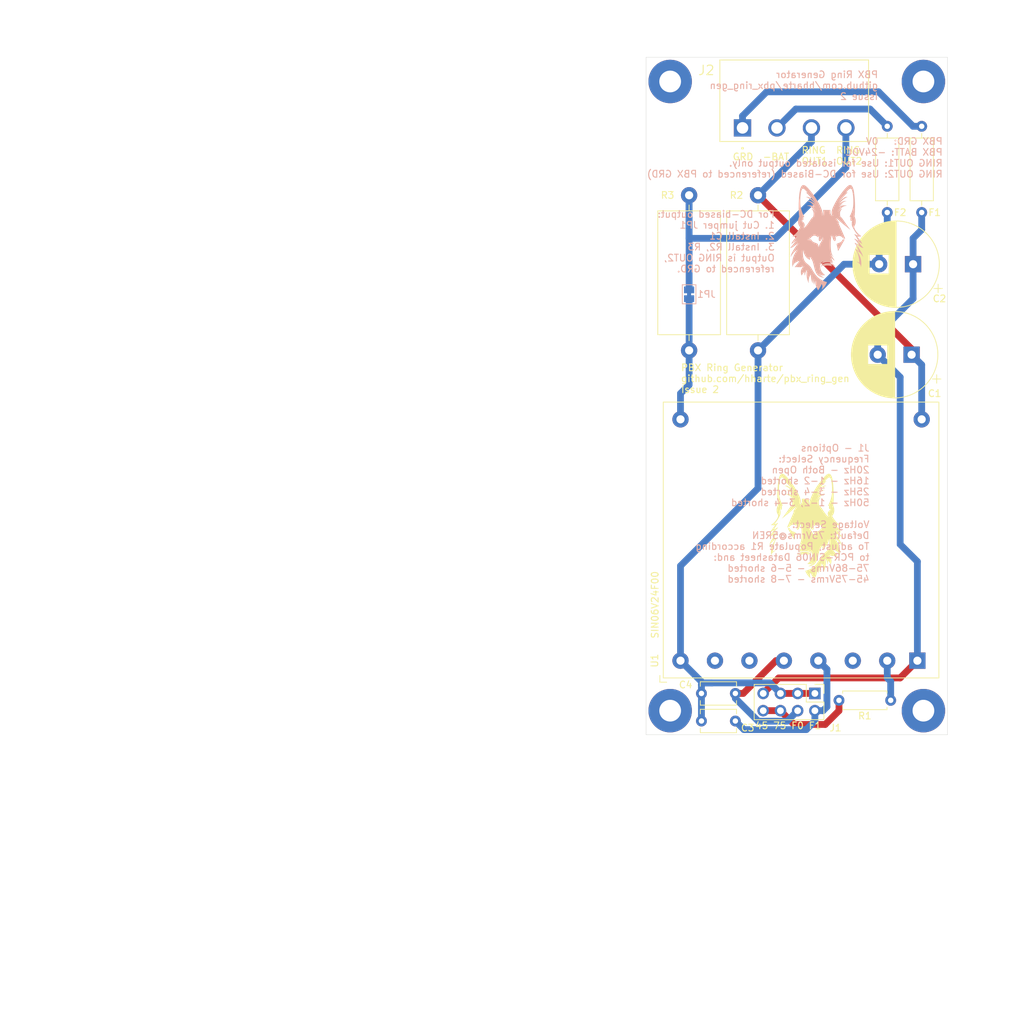
<source format=kicad_pcb>
(kicad_pcb (version 20221018) (generator pcbnew)
  (title_block (title "PBX Ring Generator") (date "2023-06-17") (rev "2") (company "Howard M. Harte") (comment 1 "https://github.com/hharte/pbx_ring_gen"))
  (layers (0 "F.Cu" signal) (31 "B.Cu" signal) (34 "B.Paste" user) (35 "F.Paste" user) (36 "B.SilkS" user "B.Silkscreen") (37 "F.SilkS" user "F.Silkscreen") (38 "B.Mask" user) (39 "F.Mask" user) (44 "Edge.Cuts" user))
  (net 0 "")
  (net 1 "/PBX_GRD")
  (net 2 "/PBX_BATT")
  (net 3 "Net-(U1-OAC)")
  (net 5 "Net-(J1-Pin_2)")
  (net 6 "Net-(J1-Pin_4)")
  (net 9 "/RING_OUT1")
  (net 10 "-BATT")
  (net 11 "GNDPWR")
  (net 12 "Net-(J1-Pin_6)")
  (net 13 "/RING_OUT2")
  (net 14 "Net-(JP1-A)")
  (footprint "Connector_PinHeader_2.54mm:PinHeader_2x04_P2.54mm_Vertical" (layer "F.Cu") (at 156.972 136.906 -90)
    (fp_text reference "J1" (at 5.08 -3.048) (layer "F.SilkS"))
    (fp_text value "Conn_02x02_Odd_Even")
    (pad "1" thru_hole rect (at 0 0 270) (size 1.7 1.7) (drill 1) (layers "*.Cu" "*.Mask") (net 10 "-BATT"))
    (pad "2" thru_hole oval (at 2.54 0 270) (size 1.7 1.7) (drill 1) (layers "*.Cu" "*.Mask") (net 5 "Net-(J1-Pin_2)"))
    (pad "3" thru_hole oval (at 0 2.54 270) (size 1.7 1.7) (drill 1) (layers "*.Cu" "*.Mask") (net 10 "-BATT"))
    (pad "4" thru_hole oval (at 2.54 2.54 270) (size 1.7 1.7) (drill 1) (layers "*.Cu" "*.Mask") (net 6 "Net-(J1-Pin_4)"))
    (pad "5" thru_hole oval (at 0 5.08 270) (size 1.7 1.7) (drill 1) (layers "*.Cu" "*.Mask") (net 10 "-BATT"))
    (pad "6" thru_hole oval (at 2.54 5.08 270) (size 1.7 1.7) (drill 1) (layers "*.Cu" "*.Mask") (net 12 "Net-(J1-Pin_6)"))
    (pad "7" thru_hole oval (at 0 7.62 270) (size 1.7 1.7) (drill 1) (layers "*.Cu" "*.Mask") (net 11 "GNDPWR"))
    (pad "8" thru_hole oval (at 2.54 7.62 270) (size 1.7 1.7) (drill 1) (layers "*.Cu" "*.Mask") (net 12 "Net-(J1-Pin_6)"))
  )
  (footprint "Library:Deena" (layer "F.Cu") (at 155.575 112.395)
    (fp_text reference "Deena" hide)
    (fp_text value "LOGO" hide)
  )
  (footprint "Resistor_THT:R_Axial_DIN0207_L6.3mm_D2.5mm_P7.62mm_Horizontal" (layer "F.Cu") (at 168.148 137.922 180)
    (fp_text reference "R1" (at 3.81 -2.286) (layer "F.SilkS"))
    (fp_text value "Raoc")
    (pad "1" thru_hole circle (at 0 0 180) (size 1.6 1.6) (drill 0.8) (layers "*.Cu" "*.Mask") (net 3 "Net-(U1-OAC)"))
    (pad "2" thru_hole oval (at 7.62 0 180) (size 1.6 1.6) (drill 0.8) (layers "*.Cu" "*.Mask") (net 12 "Net-(J1-Pin_6)"))
  )
  (footprint "MountingHole:MountingHole_3.2mm_M3_Pad" (layer "F.Cu") (at 135.636 46.736)
    (fp_text reference "H4" hide)
    (fp_text value "MountingHole")
    (pad "1" thru_hole circle (at 0 0) (size 6.4 6.4) (drill 3.2) (layers "*.Cu" "*.Mask"))
  )
  (footprint "Capacitor_THT:CP_Radial_D12.5mm_P5.00mm" (layer "F.Cu") (at 171.233959 86.995 180)
    (fp_text reference "C1" (at -3.391041 -5.715) (layer "F.SilkS"))
    (fp_text value "20uF / 35V")
    (pad "1" thru_hole rect (at 0 0 180) (size 2.4 2.4) (drill 1.2) (layers "*.Cu" "*.Mask") (net 9 "/RING_OUT1"))
    (pad "2" thru_hole circle (at 5 0 180) (size 2.4 2.4) (drill 1.2) (layers "*.Cu" "*.Mask") (net 11 "GNDPWR"))
  )
  (footprint "Resistor_THT:R_Axial_DIN0918_L18.0mm_D9.0mm_P22.86mm_Horizontal" (layer "F.Cu") (at 148.59 86.36 90)
    (fp_text reference "R2" (at 22.86 -3.175 180) (layer "F.SilkS"))
    (fp_text value "10-20 ohm")
    (pad "1" thru_hole circle (at 0 0 90) (size 2.4 2.4) (drill 1.2) (layers "*.Cu" "*.Mask") (net 10 "-BATT"))
    (pad "2" thru_hole oval (at 22.86 0 90) (size 2.4 2.4) (drill 1.2) (layers "*.Cu" "*.Mask") (net 9 "/RING_OUT1"))
  )
  (footprint "Capacitor_THT:C_Disc_D5.1mm_W3.2mm_P5.00mm" (layer "F.Cu") (at 140.248 140.97)
    (fp_text reference "C3" (at 6.818 1.016) (layer "F.SilkS"))
    (fp_text value "0.047uF")
    (pad "1" thru_hole circle (at 0 0) (size 1.6 1.6) (drill 0.8) (layers "*.Cu" "*.Mask") (net 10 "-BATT"))
    (pad "2" thru_hole circle (at 5 0) (size 1.6 1.6) (drill 0.8) (layers "*.Cu" "*.Mask") (net 5 "Net-(J1-Pin_2)"))
  )
  (footprint "MountingHole:MountingHole_3.2mm_M3_Pad" (layer "F.Cu") (at 172.974 139.446)
    (fp_text reference "H2" hide)
    (fp_text value "MountingHole")
    (pad "1" thru_hole circle (at 0 0) (size 6.4 6.4) (drill 3.2) (layers "*.Cu" "*.Mask"))
  )
  (footprint "Library:PCR-SIN06" (layer "F.Cu") (at 137.16 132.08 90)
    (fp_text reference "U1" (at 0 -3.81 90) (layer "F.SilkS"))
    (fp_text value "PCR-SIN06")
    (pad "1" thru_hole rect (at 0 34.925 90) (size 2.4 2.4) (drill 1.2) (layers "*.Cu" "*.Mask") (net 11 "GNDPWR"))
    (pad "2" thru_hole circle (at 0 30.48 90) (size 2.4 2.4) (drill 1.2) (layers "*.Cu" "*.Mask") (net 3 "Net-(U1-OAC)"))
    (pad "3" thru_hole circle (at 0 25.4 90) (size 2.4 2.4) (drill 1.2) (layers "*.Cu" "*.Mask"))
    (pad "4" thru_hole circle (at 0 20.32 90) (size 2.4 2.4) (drill 1.2) (layers "*.Cu" "*.Mask") (net 5 "Net-(J1-Pin_2)"))
    (pad "5" thru_hole circle (at 0 15.24 90) (size 2.4 2.4) (drill 1.2) (layers "*.Cu" "*.Mask") (net 6 "Net-(J1-Pin_4)"))
    (pad "6" thru_hole circle (at 0 10.16 90) (size 2.4 2.4) (drill 1.2) (layers "*.Cu" "*.Mask"))
    (pad "7" thru_hole circle (at 0 5.08 90) (size 2.4 2.4) (drill 1.2) (layers "*.Cu" "*.Mask"))
    (pad "8" thru_hole circle (at 0 0 90) (size 2.4 2.4) (drill 1.2) (layers "*.Cu" "*.Mask") (net 10 "-BATT"))
    (pad "9" thru_hole circle (at 35.56 0 90) (size 2.4 2.4) (drill 1.2) (layers "*.Cu" "*.Mask") (net 14 "Net-(JP1-A)"))
    (pad "16" thru_hole circle (at 35.56 35.56 90) (size 2.4 2.4) (drill 1.2) (layers "*.Cu" "*.Mask") (net 9 "/RING_OUT1"))
  )
  (footprint "Library:CUI_TBP01R1-508-04BE" (layer "F.Cu") (at 146.304 53.5755)
    (fp_text reference "J2" (at -5.334 -8.4905) (layer "F.SilkS") (effects (font (size 1.4 1.4))))
    (fp_text value "Screw_Terminal_01x04")
    (pad "1" thru_hole rect (at 0 0) (size 2.55 2.55) (drill 1.7) (layers "*.Cu" "*.Mask") (net 1 "/PBX_GRD"))
    (pad "2" thru_hole circle (at 5.08 0) (size 2.55 2.55) (drill 1.7) (layers "*.Cu" "*.Mask") (net 2 "/PBX_BATT"))
    (pad "3" thru_hole circle (at 10.16 0) (size 2.55 2.55) (drill 1.7) (layers "*.Cu" "*.Mask") (net 9 "/RING_OUT1"))
    (pad "4" thru_hole circle (at 15.24 0) (size 2.55 2.55) (drill 1.7) (layers "*.Cu" "*.Mask") (net 13 "/RING_OUT2"))
  )
  (footprint "MountingHole:MountingHole_3.2mm_M3_Pad" (layer "F.Cu") (at 135.636 139.446)
    (fp_text reference "H1" hide)
    (fp_text value "MountingHole")
    (pad "1" thru_hole circle (at 0 0) (size 6.4 6.4) (drill 3.2) (layers "*.Cu" "*.Mask"))
  )
  (footprint "Resistor_THT:R_Axial_DIN0309_L9.0mm_D3.2mm_P12.70mm_Horizontal" (layer "F.Cu") (at 172.72 66.04 90)
    (fp_text reference "F1" (at 0 1.905 180) (layer "F.SilkS"))
    (fp_text value "Fuse 630mA")
    (pad "1" thru_hole circle (at 0 0 90) (size 1.6 1.6) (drill 0.8) (layers "*.Cu" "*.Mask") (net 11 "GNDPWR"))
    (pad "2" thru_hole oval (at 12.7 0 90) (size 1.6 1.6) (drill 0.8) (layers "*.Cu" "*.Mask") (net 1 "/PBX_GRD"))
  )
  (footprint "Resistor_THT:R_Axial_DIN0309_L9.0mm_D3.2mm_P12.70mm_Horizontal" (layer "F.Cu") (at 167.64 66.04 90)
    (fp_text reference "F2" (at 0 1.905 180) (layer "F.SilkS"))
    (fp_text value "Fuse 630mA")
    (pad "1" thru_hole circle (at 0 0 90) (size 1.6 1.6) (drill 0.8) (layers "*.Cu" "*.Mask") (net 10 "-BATT"))
    (pad "2" thru_hole oval (at 12.7 0 90) (size 1.6 1.6) (drill 0.8) (layers "*.Cu" "*.Mask") (net 2 "/PBX_BATT"))
  )
  (footprint "MountingHole:MountingHole_3.2mm_M3_Pad" (layer "F.Cu") (at 172.974 46.736)
    (fp_text reference "H3" hide)
    (fp_text value "MountingHole")
    (pad "1" thru_hole circle (at 0 0) (size 6.4 6.4) (drill 3.2) (layers "*.Cu" "*.Mask"))
  )
  (footprint "Capacitor_THT:CP_Radial_D12.5mm_P5.00mm" (layer "F.Cu") (at 171.45 73.66 180)
    (fp_text reference "C2" (at -3.89 -5.08) (layer "F.SilkS"))
    (fp_text value "100uF / 35V")
    (pad "1" thru_hole rect (at 0 0 180) (size 2.4 2.4) (drill 1.2) (layers "*.Cu" "*.Mask") (net 11 "GNDPWR"))
    (pad "2" thru_hole circle (at 5 0 180) (size 2.4 2.4) (drill 1.2) (layers "*.Cu" "*.Mask") (net 10 "-BATT"))
  )
  (footprint "Capacitor_THT:C_Disc_D5.1mm_W3.2mm_P5.00mm" (layer "F.Cu") (at 140.248 136.906)
    (fp_text reference "C4" (at -2.326 -1.27) (layer "F.SilkS"))
    (fp_text value "0.047uF")
    (pad "1" thru_hole circle (at 0 0) (size 1.6 1.6) (drill 0.8) (layers "*.Cu" "*.Mask") (net 10 "-BATT"))
    (pad "2" thru_hole circle (at 5 0) (size 1.6 1.6) (drill 0.8) (layers "*.Cu" "*.Mask") (net 6 "Net-(J1-Pin_4)"))
  )
  (footprint "Resistor_THT:R_Axial_DIN0918_L18.0mm_D9.0mm_P22.86mm_Horizontal" (layer "F.Cu") (at 138.43 86.36 90)
    (fp_text reference "R3" (at 22.86 -3.175 180) (layer "F.SilkS"))
    (fp_text value "150-ohm")
    (pad "1" thru_hole circle (at 0 0 90) (size 2.4 2.4) (drill 1.2) (layers "*.Cu" "*.Mask") (net 14 "Net-(JP1-A)"))
    (pad "2" thru_hole oval (at 22.86 0 90) (size 2.4 2.4) (drill 1.2) (layers "*.Cu" "*.Mask") (net 13 "/RING_OUT2"))
  )
  (footprint "Library:Deena" (layer "B.Cu") (at 158.75 69.85 180)
    (fp_text reference "Deena" hide)
    (fp_text value "LOGO" hide)
  )
  (footprint "Jumper:SolderJumper-2_P1.3mm_Bridged_Pad1.0x1.5mm" (layer "B.Cu") (at 138.43 78.09 90)
    (fp_text reference "JP1" (at 0 2.54 180) (layer "B.SilkS") (effects (justify mirror)))
    (fp_text value "Jumper_2_Bridged")
    (fp_poly (pts (xy -0.25 0.3) (xy 0.25 0.3) (xy 0.25 -0.3) (xy -0.25 -0.3)) (fill solid) (layer "B.Cu"))
    (pad "1" smd rect (at -0.65 0 90) (size 1 1.5) (layers "B.Cu" "B.Mask") (net 14 "Net-(JP1-A)"))
    (pad "2" smd rect (at 0.65 0 90) (size 1 1.5) (layers "B.Cu" "B.Mask") (net 13 "/RING_OUT2"))
  )
  (gr_line (start 132.08 143.002) (end 132.08 43.18) (stroke (width 0.05)) (layer "Edge.Cuts"))
  (gr_line (start 132.08 43.18) (end 176.53 43.18) (stroke (width 0.05)) (layer "Edge.Cuts"))
  (gr_line (start 176.53 43.18) (end 176.53 143.002) (stroke (width 0.05)) (layer "Edge.Cuts"))
  (gr_line (start 176.53 143.002) (end 132.08 143.002) (stroke (width 0.05)) (layer "Edge.Cuts"))
  (gr_text "PBX GRD:   0V\nPBX BATT: -24VDC\nRING OUT1: Use for isolated output only.\nRING OUT2: Use for DC-Biased (referenced to PBX GRD)" (at 175.895 60.96) (layer "B.SilkS") (effects (font (size 1 1)) (justify left bottom mirror)))
  (gr_text "For DC-biased output:\n1. Cut jumper JP1\n2. Install C1\n3. Install R2, R3\nOutput is RING OUT2,\nreferenced to GRD." (at 151.13 74.93) (layer "B.SilkS") (effects (font (size 1 1)) (justify left bottom mirror)))
  (gr_text "J1 - Options\nFrequency Select:\n20Hz - Both Open\n16Hz - 1-2 shorted\n25Hz - 3-4 shorted\n50Hz - 1-2, 3-4 shorted\n\nVoltage Select:\nDefault: 75Vrms@5REN\nTo adjust, Populate R1 according\nto PCR-SIN06 Datasheet and:\n75-86Vrms - 5-6 shorted\n45-75Vrms - 7-8 shorted" (at 165.1 120.65) (layer "B.SilkS") (effects (font (size 1 1)) (justify left bottom mirror)))
  (gr_text "PBX Ring Generator\ngithub.com/hharte/pbx_ring_gen\nIssue 2" (at 166.37 49.53) (layer "B.SilkS") (effects (font (size 1 1)) (justify left bottom mirror)))
  (gr_text "PBX Ring Generator\ngithub.com/hharte/pbx_ring_gen\nIssue 2" (at 137.16 92.71) (layer "F.SilkS") (effects (font (size 1 1)) (justify left bottom)))
  (gr_text "RING\nOUT1" (at 154.94 59.055) (layer "F.SilkS") (effects (font (size 1 1)) (justify left bottom)))
  (gr_text "45 75 F0 F1" (at 148.082 142.24) (layer "F.SilkS") (effects (font (size 1 1)) (justify left bottom)))
  (gr_text "RING\nOUT2" (at 160.02 59.055) (layer "F.SilkS") (effects (font (size 1 1)) (justify left bottom)))
  (gr_text "GRD" (at 144.78 58.42) (layer "F.SilkS") (effects (font (size 1 1)) (justify left bottom)))
  (gr_text "SIN06V24F00" (at 133.985 128.905 90) (layer "F.SilkS") (effects (font (size 1 1)) (justify left bottom)))
  (gr_text "-BAT" (at 149.225 58.42) (layer "F.SilkS") (effects (font (size 1 1)) (justify left bottom)))
  (segment (start 146.304 51.816) (end 146.304 53.5755) (width 1) (layer "B.Cu") (net 1))
  (segment (start 171.45 53.34) (end 166.37 48.26) (width 1) (layer "B.Cu") (net 1))
  (segment (start 149.86 48.26) (end 146.304 51.816) (width 1) (layer "B.Cu") (net 1))
  (segment (start 172.72 53.34) (end 171.45 53.34) (width 1) (layer "B.Cu") (net 1))
  (segment (start 166.37 48.26) (end 149.86 48.26) (width 1) (layer "B.Cu") (net 1))
  (segment (start 165.1 50.8) (end 154.1595 50.8) (width 1) (layer "B.Cu") (net 2))
  (segment (start 154.1595 50.8) (end 151.384 53.5755) (width 1) (layer "B.Cu") (net 2))
  (segment (start 167.64 53.34) (end 165.1 50.8) (width 1) (layer "B.Cu") (net 2))
  (segment (start 167.64 134.62) (end 167.64 132.08) (width 1) (layer "B.Cu") (net 3))
  (segment (start 168.148 137.922) (end 168.148 135.128) (width 1) (layer "B.Cu") (net 3))
  (segment (start 168.148 135.128) (end 167.64 134.62) (width 1) (layer "B.Cu") (net 3))
  (segment (start 155.702 142.24) (end 156.972 140.97) (width 1) (layer "B.Cu") (net 5))
  (segment (start 158.75 133.35) (end 157.48 132.08) (width 1) (layer "B.Cu") (net 5))
  (segment (start 146.518 142.24) (end 155.702 142.24) (width 1) (layer "B.Cu") (net 5))
  (segment (start 156.972 140.97) (end 156.972 139.446) (width 1) (layer "B.Cu") (net 5))
  (segment (start 158.174081 139.446) (end 158.75 138.870081) (width 1) (layer "B.Cu") (net 5))
  (segment (start 145.248 140.97) (end 146.518 142.24) (width 1) (layer "B.Cu") (net 5))
  (segment (start 156.972 139.446) (end 158.174081 139.446) (width 1) (layer "B.Cu") (net 5))
  (segment (start 158.75 138.870081) (end 158.75 133.35) (width 1) (layer "B.Cu") (net 5))
  (segment (start 145.248 136.906) (end 146.411 136.906) (width 1) (layer "F.Cu") (net 6))
  (segment (start 146.411 136.906) (end 151.237 132.08) (width 1) (layer "F.Cu") (net 6))
  (segment (start 151.237 132.08) (end 152.4 132.08) (width 1) (layer "F.Cu") (net 6))
  (segment (start 152.8788 140.9992) (end 148.6192 140.9992) (width 1) (layer "B.Cu") (net 6))
  (segment (start 154.432 139.446) (end 152.8788 140.9992) (width 1) (layer "B.Cu") (net 6))
  (segment (start 148.6192 140.9992) (end 145.248 137.628) (width 1) (layer "B.Cu") (net 6))
  (segment (start 145.248 137.628) (end 145.248 136.906) (width 1) (layer "B.Cu") (net 6))
  (segment (start 171.233959 86.143959) (end 148.59 63.5) (width 1) (layer "F.Cu") (net 9))
  (segment (start 171.233959 86.995) (end 171.233959 86.143959) (width 1) (layer "F.Cu") (net 9))
  (segment (start 156.464 55.626) (end 156.464 53.5755) (width 1) (layer "B.Cu") (net 9))
  (segment (start 148.59 63.5) (end 156.464 55.626) (width 1) (layer "B.Cu") (net 9))
  (segment (start 172.72 88.481041) (end 171.233959 86.995) (width 1) (layer "B.Cu") (net 9))
  (segment (start 172.72 96.52) (end 172.72 88.481041) (width 1) (layer "B.Cu") (net 9))
  (segment (start 151.892 136.906) (end 156.972 136.906) (width 1) (layer "F.Cu") (net 10))
  (segment (start 137.16 118.11) (end 137.16 132.08) (width 1) (layer "B.Cu") (net 10))
  (segment (start 166.45 69.77) (end 166.45 73.66) (width 1) (layer "B.Cu") (net 10))
  (segment (start 140.248 136.906) (end 140.248 140.97) (width 1) (layer "B.Cu") (net 10))
  (segment (start 140.4912 135.3528) (end 140.248 135.596) (width 1) (layer "B.Cu") (net 10))
  (segment (start 140.248 135.596) (end 140.248 136.906) (width 1) (layer "B.Cu") (net 10))
  (segment (start 140.4328 135.3528) (end 141.8012 135.3528) (width 1) (layer "B.Cu") (net 10))
  (segment (start 148.59 106.68) (end 137.16 118.11) (width 1) (layer "B.Cu") (net 10))
  (segment (start 167.64 66.04) (end 167.64 68.58) (width 1) (layer "B.Cu") (net 10))
  (segment (start 141.8012 135.3528) (end 140.4912 135.3528) (width 1) (layer "B.Cu") (net 10))
  (segment (start 148.59 86.36) (end 148.59 106.68) (width 1) (layer "B.Cu") (net 10))
  (segment (start 167.64 68.58) (end 166.45 69.77) (width 1) (layer "B.Cu") (net 10))
  (segment (start 151.892 136.906) (end 150.3388 135.3528) (width 1) (layer "B.Cu") (net 10))
  (segment (start 148.59 86.36) (end 161.29 73.66) (width 1) (layer "B.Cu") (net 10))
  (segment (start 150.3388 135.3528) (end 141.8012 135.3528) (width 1) (layer "B.Cu") (net 10))
  (segment (start 161.29 73.66) (end 166.45 73.66) (width 1) (layer "B.Cu") (net 10))
  (segment (start 137.16 132.08) (end 140.4328 135.3528) (width 1) (layer "B.Cu") (net 10))
  (segment (start 172.085 132.08) (end 169.545 134.62) (width 1) (layer "F.Cu") (net 11))
  (segment (start 169.545 134.62) (end 151.638 134.62) (width 1) (layer "F.Cu") (net 11))
  (segment (start 151.638 134.62) (end 149.352 136.906) (width 1) (layer "F.Cu") (net 11))
  (segment (start 166.233959 86.995) (end 166.233959 83.956041) (width 1) (layer "B.Cu") (net 11))
  (segment (start 169.5432 114.9332) (end 172.085 117.475) (width 1) (layer "B.Cu") (net 11))
  (segment (start 171.45 78.74) (end 171.45 69.85) (width 1) (layer "B.Cu") (net 11))
  (segment (start 166.233959 86.995) (end 169.5432 90.304241) (width 1) (layer "B.Cu") (net 11))
  (segment (start 169.5432 90.304241) (end 169.5432 114.9332) (width 1) (layer "B.Cu") (net 11))
  (segment (start 171.45 69.85) (end 172.72 68.58) (width 1) (layer "B.Cu") (net 11))
  (segment (start 172.085 117.475) (end 172.085 132.08) (width 1) (layer "B.Cu") (net 11))
  (segment (start 172.72 68.58) (end 172.72 66.04) (width 1) (layer "B.Cu") (net 11))
  (segment (start 166.233959 83.956041) (end 171.45 78.74) (width 1) (layer "B.Cu") (net 11))
  (segment (start 158.496 141.478) (end 160.528 139.446) (width 1) (layer "F.Cu") (net 12))
  (segment (start 151.892 139.446) (end 153.924 141.478) (width 1) (layer "F.Cu") (net 12))
  (segment (start 153.924 141.478) (end 158.496 141.478) (width 1) (layer "F.Cu") (net 12))
  (segment (start 160.528 139.446) (end 160.528 137.922) (width 1) (layer "F.Cu") (net 12))
  (segment (start 149.352 139.446) (end 151.892 139.446) (width 1) (layer "F.Cu") (net 12))
  (segment (start 138.43 63.5) (end 138.43 69.85) (width 1) (layer "B.Cu") (net 13))
  (segment (start 138.43 69.85) (end 151.13 69.85) (width 1) (layer "B.Cu") (net 13))
  (segment (start 138.43 77.47) (end 138.43 63.5) (width 1) (layer "B.Cu") (net 13))
  (segment (start 161.544 59.436) (end 161.544 53.5755) (width 1) (layer "B.Cu") (net 13))
  (segment (start 151.13 69.85) (end 161.544 59.436) (width 1) (layer "B.Cu") (net 13))
  (segment (start 137.16 96.52) (end 137.16 92.71) (width 1) (layer "B.Cu") (net 14))
  (segment (start 137.16 92.71) (end 138.43 91.44) (width 1) (layer "B.Cu") (net 14))
  (segment (start 138.43 91.44) (end 138.43 86.36) (width 1) (layer "B.Cu") (net 14))
  (segment (start 138.43 78.74) (end 138.43 85.1568) (width 1) (layer "B.Cu") (net 14))
)
</source>
